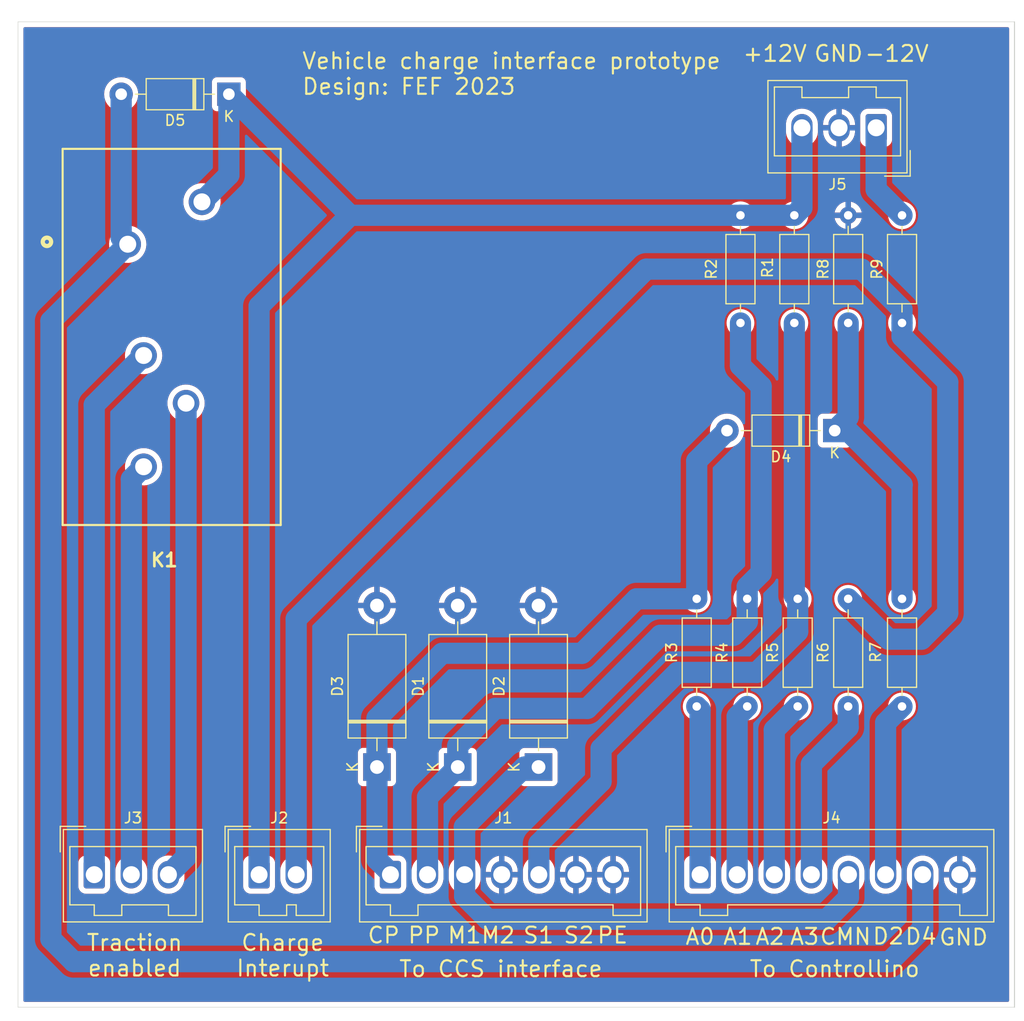
<source format=kicad_pcb>
(kicad_pcb (version 20211014) (generator pcbnew)
  (layers (0 "F.Cu" signal) (31 "B.Cu" signal) (34 "B.Paste" user) (35 "F.Paste" user) (36 "B.SilkS" user "B.Silkscreen") (37 "F.SilkS" user "F.Silkscreen") (38 "B.Mask" user) (39 "F.Mask" user) (44 "Edge.Cuts" user))
  (net 0 "")
  (net 1 "/PP")
  (net 2 "GND")
  (net 3 "/CP")
  (net 4 "Net-(D4-Pad1)")
  (net 5 "+12V")
  (net 6 "/S1")
  (net 7 "Net-(J2-Pad2)")
  (net 8 "Net-(J3-Pad1)")
  (net 9 "Net-(J3-Pad2)")
  (net 10 "Net-(J3-Pad3)")
  (net 11 "-12V")
  (net 12 "/CMN")
  (net 13 "/D4")
  (net 14 "/A0")
  (net 15 "/A1")
  (net 16 "/A2")
  (net 17 "/A3")
  (net 18 "/D2")
  (footprint "Diode_THT:D_DO-41_SOD81_P10.16mm_Horizontal" (layer "F.Cu") (at 193.04 68.58 180)
    (fp_text reference "D4" (at 5.08 -2.47) (layer "F.SilkS"))
    (fp_text value "1n4007")
    (fp_text user "K" (at 0 -2.1) (layer "F.SilkS"))
    (fp_line (start 2.36 1.47) (end 7.8 1.47) (layer "F.SilkS") (width 0.12))
    (fp_line (start 3.38 -1.47) (end 3.38 1.47) (layer "F.SilkS") (width 0.12))
    (fp_line (start 7.8 -1.47) (end 2.36 -1.47) (layer "F.SilkS") (width 0.12))
    (fp_line (start 3.14 -1.47) (end 3.14 1.47) (layer "F.SilkS") (width 0.12))
    (fp_line (start 7.8 1.47) (end 7.8 -1.47) (layer "F.SilkS") (width 0.12))
    (fp_line (start 8.82 0) (end 7.8 0) (layer "F.SilkS") (width 0.12))
    (fp_line (start 3.26 -1.47) (end 3.26 1.47) (layer "F.SilkS") (width 0.12))
    (fp_line (start 2.36 -1.47) (end 2.36 1.47) (layer "F.SilkS") (width 0.12))
    (fp_line (start 1.34 0) (end 2.36 0) (layer "F.SilkS") (width 0.12))
    (pad "1" thru_hole rect locked (at 0 0 180) (size 2.2 2.2) (drill 1.1) (layers *.Cu *.Mask) (net 4 "Net-(D4-Pad1)"))
    (pad "2" thru_hole oval locked (at 10.16 0 180) (size 2.2 2.2) (drill 1.1) (layers *.Cu *.Mask) (net 3 "/CP"))
  )
  (footprint "Resistor_THT:R_Axial_DIN0207_L6.3mm_D2.5mm_P10.16mm_Horizontal" (layer "F.Cu") (at 189.23 48.26 -90)
    (fp_text reference "R1" (at 4.94 2.53 90) (layer "F.SilkS"))
    (fp_text value "3k3")
    (fp_line (start 8.35 1.37) (end 8.35 -1.37) (layer "F.SilkS") (width 0.12))
    (fp_line (start 8.35 -1.37) (end 1.81 -1.37) (layer "F.SilkS") (width 0.12))
    (fp_line (start 1.81 -1.37) (end 1.81 1.37) (layer "F.SilkS") (width 0.12))
    (fp_line (start 9.12 0) (end 8.35 0) (layer "F.SilkS") (width 0.12))
    (fp_line (start 1.04 0) (end 1.81 0) (layer "F.SilkS") (width 0.12))
    (fp_line (start 1.81 1.37) (end 8.35 1.37) (layer "F.SilkS") (width 0.12))
    (pad "1" thru_hole circle locked (at 0 0 270) (size 1.6 1.6) (drill 0.8) (layers *.Cu *.Mask) (net 5 "+12V"))
    (pad "2" thru_hole oval locked (at 10.16 0 270) (size 1.6 1.6) (drill 0.8) (layers *.Cu *.Mask) (net 6 "/S1"))
  )
  (footprint "Connector_Wago:Wago_734-132_1x02_P3.50mm_Vertical" (layer "F.Cu") (at 138.74 110.49)
    (fp_text reference "J2" (at 1.9 -5.35) (layer "F.SilkS"))
    (fp_text value "Stop charge switch")
    (fp_line (start 6.71 4.46) (end 6.71 -4.26) (layer "F.SilkS") (width 0.12))
    (fp_line (start 0 2.85) (end 0 3.85) (layer "F.SilkS") (width 0.12))
    (fp_line (start 6.1 -2.65) (end -2.3 -2.65) (layer "F.SilkS") (width 0.12))
    (fp_line (start -2.91 4.46) (end 6.71 4.46) (layer "F.SilkS") (width 0.12))
    (fp_line (start 3.5 2.85) (end 3.5 3.85) (layer "F.SilkS") (width 0.12))
    (fp_line (start 6.71 -4.26) (end -2.91 -4.26) (layer "F.SilkS") (width 0.12))
    (fp_line (start 0 3.85) (end 2.6 3.85) (layer "F.SilkS") (width 0.12))
    (fp_line (start -2.3 2.85) (end 0 2.85) (layer "F.SilkS") (width 0.12))
    (fp_line (start -3.21 -4.56) (end -0.8 -4.56) (layer "F.SilkS") (width 0.12))
    (fp_line (start -3.21 -2.15) (end -3.21 -4.56) (layer "F.SilkS") (width 0.12))
    (fp_line (start 6.1 3.85) (end 6.1 -2.65) (layer "F.SilkS") (width 0.12))
    (fp_line (start -2.3 -2.65) (end -2.3 2.85) (layer "F.SilkS") (width 0.12))
    (fp_line (start 2.6 2.85) (end 3.5 2.85) (layer "F.SilkS") (width 0.12))
    (fp_line (start 3.5 3.85) (end 6.1 3.85) (layer "F.SilkS") (width 0.12))
    (fp_line (start 2.6 3.85) (end 2.6 2.85) (layer "F.SilkS") (width 0.12))
    (fp_line (start -2.91 -4.26) (end -2.91 4.46) (layer "F.SilkS") (width 0.12))
    (pad "1" thru_hole roundrect locked (at 0 0) (size 2 2.6) (drill 1.6) (layers *.Cu *.Mask) (roundrect_rratio 0.125) (net 5 "+12V"))
    (pad "2" thru_hole oval locked (at 3.5 0) (size 2 2.6) (drill 1.6) (layers *.Cu *.Mask) (net 7 "Net-(J2-Pad2)"))
  )
  (footprint "Resistor_THT:R_Axial_DIN0207_L6.3mm_D2.5mm_P10.16mm_Horizontal" (layer "F.Cu") (at 184.15 48.26 -90)
    (fp_text reference "R2" (at 5.08 2.75 90) (layer "F.SilkS"))
    (fp_text value "1k")
    (fp_line (start 1.81 1.37) (end 8.35 1.37) (layer "F.SilkS") (width 0.12))
    (fp_line (start 9.12 0) (end 8.35 0) (layer "F.SilkS") (width 0.12))
    (fp_line (start 1.81 -1.37) (end 1.81 1.37) (layer "F.SilkS") (width 0.12))
    (fp_line (start 1.04 0) (end 1.81 0) (layer "F.SilkS") (width 0.12))
    (fp_line (start 8.35 -1.37) (end 1.81 -1.37) (layer "F.SilkS") (width 0.12))
    (fp_line (start 8.35 1.37) (end 8.35 -1.37) (layer "F.SilkS") (width 0.12))
    (pad "1" thru_hole circle locked (at 0 0 270) (size 1.6 1.6) (drill 0.8) (layers *.Cu *.Mask) (net 5 "+12V"))
    (pad "2" thru_hole oval locked (at 10.16 0 270) (size 1.6 1.6) (drill 0.8) (layers *.Cu *.Mask) (net 1 "/PP"))
  )
  (footprint "Resistor_THT:R_Axial_DIN0207_L6.3mm_D2.5mm_P10.16mm_Horizontal" (layer "F.Cu") (at 184.785 94.615 90)
    (fp_text reference "R4" (at 5.08 -2.37 90) (layer "F.SilkS"))
    (fp_text value "1k")
    (fp_line (start 8.35 1.37) (end 8.35 -1.37) (layer "F.SilkS") (width 0.12))
    (fp_line (start 1.04 0) (end 1.81 0) (layer "F.SilkS") (width 0.12))
    (fp_line (start 1.81 1.37) (end 8.35 1.37) (layer "F.SilkS") (width 0.12))
    (fp_line (start 8.35 -1.37) (end 1.81 -1.37) (layer "F.SilkS") (width 0.12))
    (fp_line (start 1.81 -1.37) (end 1.81 1.37) (layer "F.SilkS") (width 0.12))
    (fp_line (start 9.12 0) (end 8.35 0) (layer "F.SilkS") (width 0.12))
    (pad "1" thru_hole circle locked (at 0 0 90) (size 1.6 1.6) (drill 0.8) (layers *.Cu *.Mask) (net 15 "/A1"))
    (pad "2" thru_hole oval locked (at 10.16 0 90) (size 1.6 1.6) (drill 0.8) (layers *.Cu *.Mask) (net 1 "/PP"))
  )
  (footprint "Diode_THT:D_DO-201_P15.24mm_Horizontal" (layer "F.Cu") (at 149.86 100.33 90)
    (fp_text reference "D3" (at 7.62 -3.725 90) (layer "F.SilkS"))
    (fp_text value "ICTE12C-E3/54")
    (fp_text user "K" (at 0 -2.3 90) (layer "F.SilkS"))
    (fp_line (start 13.7 0) (end 12.505 0) (layer "F.SilkS") (width 0.12))
    (fp_line (start 4.1645 -2.725) (end 4.1645 2.725) (layer "F.SilkS") (width 0.12))
    (fp_line (start 2.735 -2.725) (end 2.735 2.725) (layer "F.SilkS") (width 0.12))
    (fp_line (start 4.2845 -2.725) (end 4.2845 2.725) (layer "F.SilkS") (width 0.12))
    (fp_line (start 12.505 -2.725) (end 2.735 -2.725) (layer "F.SilkS") (width 0.12))
    (fp_line (start 2.735 2.725) (end 12.505 2.725) (layer "F.SilkS") (width 0.12))
    (fp_line (start 4.4045 -2.725) (end 4.4045 2.725) (layer "F.SilkS") (width 0.12))
    (fp_line (start 12.505 2.725) (end 12.505 -2.725) (layer "F.SilkS") (width 0.12))
    (fp_line (start 1.54 0) (end 2.735 0) (layer "F.SilkS") (width 0.12))
    (pad "1" thru_hole rect locked (at 0 0 90) (size 2.6 2.6) (drill 1.3) (layers *.Cu *.Mask) (net 3 "/CP"))
    (pad "2" thru_hole oval locked (at 15.24 0 90) (size 2.6 2.6) (drill 1.3) (layers *.Cu *.Mask) (net 2 "GND"))
  )
  (footprint "Resistor_THT:R_Axial_DIN0207_L6.3mm_D2.5mm_P10.16mm_Horizontal" (layer "F.Cu") (at 199.39 58.42 90)
    (fp_text reference "R9" (at 5.08 -2.37 90) (layer "F.SilkS"))
    (fp_text value "1k")
    (fp_line (start 9.12 0) (end 8.35 0) (layer "F.SilkS") (width 0.12))
    (fp_line (start 1.04 0) (end 1.81 0) (layer "F.SilkS") (width 0.12))
    (fp_line (start 1.81 -1.37) (end 1.81 1.37) (layer "F.SilkS") (width 0.12))
    (fp_line (start 1.81 1.37) (end 8.35 1.37) (layer "F.SilkS") (width 0.12))
    (fp_line (start 8.35 -1.37) (end 1.81 -1.37) (layer "F.SilkS") (width 0.12))
    (fp_line (start 8.35 1.37) (end 8.35 -1.37) (layer "F.SilkS") (width 0.12))
    (pad "1" thru_hole circle locked (at 0 0 90) (size 1.6 1.6) (drill 0.8) (layers *.Cu *.Mask) (net 7 "Net-(J2-Pad2)"))
    (pad "2" thru_hole oval locked (at 10.16 0 90) (size 1.6 1.6) (drill 0.8) (layers *.Cu *.Mask) (net 11 "-12V"))
  )
  (footprint "Downloaded_parts:P2R-05P" (layer "F.Cu") (at 129.85 41.99 180)
    (fp_text reference "K1" (at 0.05 -38.81) (layer "F.SilkS") (effects (font (size 1.27 1.27) (thickness 0.254))))
    (fp_text value "OMRON_P2R-05P" hide)
    (fp_line (start 9.641 -35.5) (end 9.641 0) (layer "F.SilkS") (width 0.2))
    (fp_line (start -10.93 0) (end -10.93 -35.5) (layer "F.SilkS") (width 0.2))
    (fp_line (start 9.641 0) (end -10.93 0) (layer "F.SilkS") (width 0.2))
    (fp_line (start -10.93 -35.5) (end 9.641 -35.5) (layer "F.SilkS") (width 0.2))
    (fp_circle (center 11.122 -8.774) (end 11.122 -8.5782) (layer "F.SilkS") (width 0.4) (fill none))
    (pad "1" thru_hole circle locked (at 3.5 -9 180) (size 2.5 2.5) (drill 1.6) (layers *.Cu *.Mask) (net 13 "/D4"))
    (pad "2" thru_hole circle locked (at 2 -19.5 180) (size 2.5 2.5) (drill 1.6) (layers *.Cu *.Mask) (net 8 "Net-(J3-Pad1)"))
    (pad "3" thru_hole circle locked (at 2 -30 180) (size 2.5 2.5) (drill 1.6) (layers *.Cu *.Mask) (net 9 "Net-(J3-Pad2)"))
    (pad "4" thru_hole circle locked (at -2 -24 180) (size 2.5 2.5) (drill 1.6) (layers *.Cu *.Mask) (net 10 "Net-(J3-Pad3)"))
    (pad "5" thru_hole circle locked (at -3.5 -5 180) (size 2.5 2.5) (drill 1.6) (layers *.Cu *.Mask) (net 5 "+12V"))
  )
  (footprint "Diode_THT:D_DO-201_P15.24mm_Horizontal" (layer "F.Cu") (at 157.48 100.33 90)
    (fp_text reference "D1" (at 7.62 -3.725 90) (layer "F.SilkS"))
    (fp_text value "ICTE12C-E3/54")
    (fp_text user "K" (at 0 -2.3 90) (layer "F.SilkS"))
    (fp_line (start 2.735 2.725) (end 12.505 2.725) (layer "F.SilkS") (width 0.12))
    (fp_line (start 1.54 0) (end 2.735 0) (layer "F.SilkS") (width 0.12))
    (fp_line (start 4.1645 -2.725) (end 4.1645 2.725) (layer "F.SilkS") (width 0.12))
    (fp_line (start 4.4045 -2.725) (end 4.4045 2.725) (layer "F.SilkS") (width 0.12))
    (fp_line (start 13.7 0) (end 12.505 0) (layer "F.SilkS") (width 0.12))
    (fp_line (start 4.2845 -2.725) (end 4.2845 2.725) (layer "F.SilkS") (width 0.12))
    (fp_line (start 2.735 -2.725) (end 2.735 2.725) (layer "F.SilkS") (width 0.12))
    (fp_line (start 12.505 -2.725) (end 2.735 -2.725) (layer "F.SilkS") (width 0.12))
    (fp_line (start 12.505 2.725) (end 12.505 -2.725) (layer "F.SilkS") (width 0.12))
    (pad "1" thru_hole rect locked (at 0 0 90) (size 2.6 2.6) (drill 1.3) (layers *.Cu *.Mask) (net 1 "/PP"))
    (pad "2" thru_hole oval locked (at 15.24 0 90) (size 2.6 2.6) (drill 1.3) (layers *.Cu *.Mask) (net 2 "GND"))
  )
  (footprint "Resistor_THT:R_Axial_DIN0207_L6.3mm_D2.5mm_P10.16mm_Horizontal" (layer "F.Cu") (at 194.31 58.42 90)
    (fp_text reference "R8" (at 5.08 -2.37 90) (layer "F.SilkS"))
    (fp_text value "2k7")
    (fp_line (start 8.35 1.37) (end 8.35 -1.37) (layer "F.SilkS") (width 0.12))
    (fp_line (start 1.81 1.37) (end 8.35 1.37) (layer "F.SilkS") (width 0.12))
    (fp_line (start 9.12 0) (end 8.35 0) (layer "F.SilkS") (width 0.12))
    (fp_line (start 8.35 -1.37) (end 1.81 -1.37) (layer "F.SilkS") (width 0.12))
    (fp_line (start 1.81 -1.37) (end 1.81 1.37) (layer "F.SilkS") (width 0.12))
    (fp_line (start 1.04 0) (end 1.81 0) (layer "F.SilkS") (width 0.12))
    (pad "1" thru_hole circle locked (at 0 0 90) (size 1.6 1.6) (drill 0.8) (layers *.Cu *.Mask) (net 4 "Net-(D4-Pad1)"))
    (pad "2" thru_hole oval locked (at 10.16 0 90) (size 1.6 1.6) (drill 0.8) (layers *.Cu *.Mask) (net 2 "GND"))
  )
  (footprint "Resistor_THT:R_Axial_DIN0207_L6.3mm_D2.5mm_P10.16mm_Horizontal" (layer "F.Cu") (at 199.39 84.455 -90)
    (fp_text reference "R7" (at 5.045 2.49 90) (layer "F.SilkS"))
    (fp_text value "1k3")
    (fp_line (start 1.81 -1.37) (end 1.81 1.37) (layer "F.SilkS") (width 0.12))
    (fp_line (start 8.35 1.37) (end 8.35 -1.37) (layer "F.SilkS") (width 0.12))
    (fp_line (start 1.04 0) (end 1.81 0) (layer "F.SilkS") (width 0.12))
    (fp_line (start 9.12 0) (end 8.35 0) (layer "F.SilkS") (width 0.12))
    (fp_line (start 8.35 -1.37) (end 1.81 -1.37) (layer "F.SilkS") (width 0.12))
    (fp_line (start 1.81 1.37) (end 8.35 1.37) (layer "F.SilkS") (width 0.12))
    (pad "1" thru_hole circle locked (at 0 0 270) (size 1.6 1.6) (drill 0.8) (layers *.Cu *.Mask) (net 4 "Net-(D4-Pad1)"))
    (pad "2" thru_hole oval locked (at 10.16 0 270) (size 1.6 1.6) (drill 0.8) (layers *.Cu *.Mask) (net 18 "/D2"))
  )
  (footprint "Resistor_THT:R_Axial_DIN0207_L6.3mm_D2.5mm_P10.16mm_Horizontal" (layer "F.Cu") (at 194.31 94.615 90)
    (fp_text reference "R6" (at 5.08 -2.37 90) (layer "F.SilkS"))
    (fp_text value "1k")
    (fp_line (start 1.81 -1.37) (end 1.81 1.37) (layer "F.SilkS") (width 0.12))
    (fp_line (start 8.35 1.37) (end 8.35 -1.37) (layer "F.SilkS") (width 0.12))
    (fp_line (start 1.81 1.37) (end 8.35 1.37) (layer "F.SilkS") (width 0.12))
    (fp_line (start 9.12 0) (end 8.35 0) (layer "F.SilkS") (width 0.12))
    (fp_line (start 8.35 -1.37) (end 1.81 -1.37) (layer "F.SilkS") (width 0.12))
    (fp_line (start 1.04 0) (end 1.81 0) (layer "F.SilkS") (width 0.12))
    (pad "1" thru_hole circle locked (at 0 0 90) (size 1.6 1.6) (drill 0.8) (layers *.Cu *.Mask) (net 17 "/A3"))
    (pad "2" thru_hole oval locked (at 10.16 0 90) (size 1.6 1.6) (drill 0.8) (layers *.Cu *.Mask) (net 7 "Net-(J2-Pad2)"))
  )
  (footprint "Connector_Wago:Wago_734-133_1x03_P3.50mm_Vertical" (layer "F.Cu") (at 196.95 40 180)
    (fp_text reference "J5" (at 3.65 -5.35) (layer "F.SilkS"))
    (fp_text value "Power in")
    (fp_line (start 2.6 3.85) (end 2.6 2.85) (layer "F.SilkS") (width 0.12))
    (fp_line (start -2.3 -2.65) (end -2.3 2.85) (layer "F.SilkS") (width 0.12))
    (fp_line (start 7 3.85) (end 9.6 3.85) (layer "F.SilkS") (width 0.12))
    (fp_line (start 2.6 2.85) (end 7 2.85) (layer "F.SilkS") (width 0.12))
    (fp_line (start 10.21 -4.26) (end -2.91 -4.26) (layer "F.SilkS") (width 0.12))
    (fp_line (start -3.21 -4.56) (end -0.8 -4.56) (layer "F.SilkS") (width 0.12))
    (fp_line (start 9.6 3.85) (end 9.6 -2.65) (layer "F.SilkS") (width 0.12))
    (fp_line (start 0 3.85) (end 2.6 3.85) (layer "F.SilkS") (width 0.12))
    (fp_line (start -2.91 4.46) (end 10.21 4.46) (layer "F.SilkS") (width 0.12))
    (fp_line (start 0 2.85) (end 0 3.85) (layer "F.SilkS") (width 0.12))
    (fp_line (start 10.21 4.46) (end 10.21 -4.26) (layer "F.SilkS") (width 0.12))
    (fp_line (start 9.6 -2.65) (end -2.3 -2.65) (layer "F.SilkS") (width 0.12))
    (fp_line (start 7 2.85) (end 7 3.85) (layer "F.SilkS") (width 0.12))
    (fp_line (start -2.91 -4.26) (end -2.91 4.46) (layer "F.SilkS") (width 0.12))
    (fp_line (start -3.21 -2.15) (end -3.21 -4.56) (layer "F.SilkS") (width 0.12))
    (fp_line (start -2.3 2.85) (end 0 2.85) (layer "F.SilkS") (width 0.12))
    (pad "1" thru_hole roundrect locked (at 0 0 180) (size 2 2.6) (drill 1.6) (layers *.Cu *.Mask) (roundrect_rratio 0.125) (net 11 "-12V"))
    (pad "2" thru_hole oval locked (at 3.5 0 180) (size 2 2.6) (drill 1.6) (layers *.Cu *.Mask) (net 2 "GND"))
    (pad "3" thru_hole oval locked (at 7 0 180) (size 2 2.6) (drill 1.6) (layers *.Cu *.Mask) (net 5 "+12V"))
  )
  (footprint "Connector_Wago:Wago_734-133_1x03_P3.50mm_Vertical" (layer "F.Cu") (at 123.19 110.49)
    (fp_text reference "J3" (at 3.65 -5.35) (layer "F.SilkS"))
    (fp_text value "Traction enable")
    (fp_line (start -3.21 -4.56) (end -0.8 -4.56) (layer "F.SilkS") (width 0.12))
    (fp_line (start 2.6 3.85) (end 2.6 2.85) (layer "F.SilkS") (width 0.12))
    (fp_line (start 7 2.85) (end 7 3.85) (layer "F.SilkS") (width 0.12))
    (fp_line (start -2.3 -2.65) (end -2.3 2.85) (layer "F.SilkS") (width 0.12))
    (fp_line (start 9.6 -2.65) (end -2.3 -2.65) (layer "F.SilkS") (width 0.12))
    (fp_line (start -2.3 2.85) (end 0 2.85) (layer "F.SilkS") (width 0.12))
    (fp_line (start 0 3.85) (end 2.6 3.85) (layer "F.SilkS") (width 0.12))
    (fp_line (start 10.21 -4.26) (end -2.91 -4.26) (layer "F.SilkS") (width 0.12))
    (fp_line (start 0 2.85) (end 0 3.85) (layer "F.SilkS") (width 0.12))
    (fp_line (start 9.6 3.85) (end 9.6 -2.65) (layer "F.SilkS") (width 0.12))
    (fp_line (start -2.91 -4.26) (end -2.91 4.46) (layer "F.SilkS") (width 0.12))
    (fp_line (start 2.6 2.85) (end 7 2.85) (layer "F.SilkS") (width 0.12))
    (fp_line (start 10.21 4.46) (end 10.21 -4.26) (layer "F.SilkS") (width 0.12))
    (fp_line (start -3.21 -2.15) (end -3.21 -4.56) (layer "F.SilkS") (width 0.12))
    (fp_line (start -2.91 4.46) (end 10.21 4.46) (layer "F.SilkS") (width 0.12))
    (fp_line (start 7 3.85) (end 9.6 3.85) (layer "F.SilkS") (width 0.12))
    (pad "1" thru_hole roundrect locked (at 0 0) (size 2 2.6) (drill 1.6) (layers *.Cu *.Mask) (roundrect_rratio 0.125) (net 8 "Net-(J3-Pad1)"))
    (pad "2" thru_hole oval locked (at 3.5 0) (size 2 2.6) (drill 1.6) (layers *.Cu *.Mask) (net 9 "Net-(J3-Pad2)"))
    (pad "3" thru_hole oval locked (at 7 0) (size 2 2.6) (drill 1.6) (layers *.Cu *.Mask) (net 10 "Net-(J3-Pad3)"))
  )
  (footprint "Diode_THT:D_DO-201_P15.24mm_Horizontal" (layer "F.Cu") (at 165.1 100.33 90)
    (fp_text reference "D2" (at 7.62 -3.725 90) (layer "F.SilkS"))
    (fp_text value "ICTE12C-E3/54")
    (fp_text user "K" (at 0 -2.3 90) (layer "F.SilkS"))
    (fp_line (start 4.2845 -2.725) (end 4.2845 2.725) (layer "F.SilkS") (width 0.12))
    (fp_line (start 4.4045 -2.725) (end 4.4045 2.725) (layer "F.SilkS") (width 0.12))
    (fp_line (start 12.505 2.725) (end 12.505 -2.725) (layer "F.SilkS") (width 0.12))
    (fp_line (start 2.735 2.725) (end 12.505 2.725) (layer "F.SilkS") (width 0.12))
    (fp_line (start 4.1645 -2.725) (end 4.1645 2.725) (layer "F.SilkS") (width 0.12))
    (fp_line (start 1.54 0) (end 2.735 0) (layer "F.SilkS") (width 0.12))
    (fp_line (start 13.7 0) (end 12.505 0) (layer "F.SilkS") (width 0.12))
    (fp_line (start 2.735 -2.725) (end 2.735 2.725) (layer "F.SilkS") (width 0.12))
    (fp_line (start 12.505 -2.725) (end 2.735 -2.725) (layer "F.SilkS") (width 0.12))
    (pad "1" thru_hole rect locked (at 0 0 90) (size 2.6 2.6) (drill 1.3) (layers *.Cu *.Mask) (net 12 "/CMN"))
    (pad "2" thru_hole oval locked (at 15.24 0 90) (size 2.6 2.6) (drill 1.3) (layers *.Cu *.Mask) (net 2 "GND"))
  )
  (footprint "Resistor_THT:R_Axial_DIN0207_L6.3mm_D2.5mm_P10.16mm_Horizontal" (layer "F.Cu") (at 189.5475 94.615 90)
    (fp_text reference "R5" (at 5.08 -2.37 90) (layer "F.SilkS"))
    (fp_text value "1k")
    (fp_line (start 9.12 0) (end 8.35 0) (layer "F.SilkS") (width 0.12))
    (fp_line (start 8.35 1.37) (end 8.35 -1.37) (layer "F.SilkS") (width 0.12))
    (fp_line (start 1.04 0) (end 1.81 0) (layer "F.SilkS") (width 0.12))
    (fp_line (start 8.35 -1.37) (end 1.81 -1.37) (layer "F.SilkS") (width 0.12))
    (fp_line (start 1.81 -1.37) (end 1.81 1.37) (layer "F.SilkS") (width 0.12))
    (fp_line (start 1.81 1.37) (end 8.35 1.37) (layer "F.SilkS") (width 0.12))
    (pad "1" thru_hole circle locked (at 0 0 90) (size 1.6 1.6) (drill 0.8) (layers *.Cu *.Mask) (net 16 "/A2"))
    (pad "2" thru_hole oval locked (at 10.16 0 90) (size 1.6 1.6) (drill 0.8) (layers *.Cu *.Mask) (net 6 "/S1"))
  )
  (footprint "Resistor_THT:R_Axial_DIN0207_L6.3mm_D2.5mm_P10.16mm_Horizontal" (layer "F.Cu") (at 180.0225 94.615 90)
    (fp_text reference "R3" (at 5.08 -2.37 90) (layer "F.SilkS"))
    (fp_text value "1k")
    (fp_line (start 9.12 0) (end 8.35 0) (layer "F.SilkS") (width 0.12))
    (fp_line (start 8.35 1.37) (end 8.35 -1.37) (layer "F.SilkS") (width 0.12))
    (fp_line (start 1.81 1.37) (end 8.35 1.37) (layer "F.SilkS") (width 0.12))
    (fp_line (start 1.04 0) (end 1.81 0) (layer "F.SilkS") (width 0.12))
    (fp_line (start 1.81 -1.37) (end 1.81 1.37) (layer "F.SilkS") (width 0.12))
    (fp_line (start 8.35 -1.37) (end 1.81 -1.37) (layer "F.SilkS") (width 0.12))
    (pad "1" thru_hole circle locked (at 0 0 90) (size 1.6 1.6) (drill 0.8) (layers *.Cu *.Mask) (net 14 "/A0"))
    (pad "2" thru_hole oval locked (at 10.16 0 90) (size 1.6 1.6) (drill 0.8) (layers *.Cu *.Mask) (net 3 "/CP"))
  )
  (footprint "Diode_THT:D_DO-41_SOD81_P10.16mm_Horizontal" (layer "F.Cu") (at 135.89 36.83 180)
    (fp_text reference "D5" (at 5.08 -2.47) (layer "F.SilkS"))
    (fp_text value "1n4007")
    (fp_text user "K" (at 0 -2.1) (layer "F.SilkS"))
    (fp_line (start 1.34 0) (end 2.36 0) (layer "F.SilkS") (width 0.12))
    (fp_line (start 2.36 -1.47) (end 2.36 1.47) (layer "F.SilkS") (width 0.12))
    (fp_line (start 3.26 -1.47) (end 3.26 1.47) (layer "F.SilkS") (width 0.12))
    (fp_line (start 7.8 -1.47) (end 2.36 -1.47) (layer "F.SilkS") (width 0.12))
    (fp_line (start 3.38 -1.47) (end 3.38 1.47) (layer "F.SilkS") (width 0.12))
    (fp_line (start 3.14 -1.47) (end 3.14 1.47) (layer "F.SilkS") (width 0.12))
    (fp_line (start 2.36 1.47) (end 7.8 1.47) (layer "F.SilkS") (width 0.12))
    (fp_line (start 7.8 1.47) (end 7.8 -1.47) (layer "F.SilkS") (width 0.12))
    (fp_line (start 8.82 0) (end 7.8 0) (layer "F.SilkS") (width 0.12))
    (pad "1" thru_hole rect locked (at 0 0 180) (size 2.2 2.2) (drill 1.1) (layers *.Cu *.Mask) (net 5 "+12V"))
    (pad "2" thru_hole oval locked (at 10.16 0 180) (size 2.2 2.2) (drill 1.1) (layers *.Cu *.Mask) (net 13 "/D4"))
  )
  (footprint "Connector_Wago:Wago_734-138_1x08_P3.50mm_Vertical" (layer "F.Cu") (at 180.34 110.49)
    (fp_text reference "J4" (at 12.4 -5.35) (layer "F.SilkS"))
    (fp_text value "To Controllino")
    (fp_line (start 27.1 -2.65) (end -2.3 -2.65) (layer "F.SilkS") (width 0.12))
    (fp_line (start 0 3.85) (end 2.6 3.85) (layer "F.SilkS") (width 0.12))
    (fp_line (start 24.5 3.85) (end 27.1 3.85) (layer "F.SilkS") (width 0.12))
    (fp_line (start -2.91 4.46) (end 27.71 4.46) (layer "F.SilkS") (width 0.12))
    (fp_line (start 27.71 -4.26) (end -2.91 -4.26) (layer "F.SilkS") (width 0.12))
    (fp_line (start 24.5 2.85) (end 24.5 3.85) (layer "F.SilkS") (width 0.12))
    (fp_line (start 27.71 4.46) (end 27.71 -4.26) (layer "F.SilkS") (width 0.12))
    (fp_line (start 0 2.85) (end 0 3.85) (layer "F.SilkS") (width 0.12))
    (fp_line (start -3.21 -4.56) (end -0.8 -4.56) (layer "F.SilkS") (width 0.12))
    (fp_line (start 2.6 3.85) (end 2.6 2.85) (layer "F.SilkS") (width 0.12))
    (fp_line (start -2.3 2.85) (end 0 2.85) (layer "F.SilkS") (width 0.12))
    (fp_line (start -2.91 -4.26) (end -2.91 4.46) (layer "F.SilkS") (width 0.12))
    (fp_line (start 27.1 3.85) (end 27.1 -2.65) (layer "F.SilkS") (width 0.12))
    (fp_line (start -2.3 -2.65) (end -2.3 2.85) (layer "F.SilkS") (width 0.12))
    (fp_line (start -3.21 -2.15) (end -3.21 -4.56) (layer "F.SilkS") (width 0.12))
    (fp_line (start 2.6 2.85) (end 24.5 2.85) (layer "F.SilkS") (width 0.12))
    (pad "1" thru_hole roundrect locked (at 0 0) (size 2 2.6) (drill 1.6) (layers *.Cu *.Mask) (roundrect_rratio 0.125) (net 14 "/A0"))
    (pad "2" thru_hole oval locked (at 3.5 0) (size 2 2.6) (drill 1.6) (layers *.Cu *.Mask) (net 15 "/A1"))
    (pad "3" thru_hole oval locked (at 7 0) (size 2 2.6) (drill 1.6) (layers *.Cu *.Mask) (net 16 "/A2"))
    (pad "4" thru_hole oval locked (at 10.5 0) (size 2 2.6) (drill 1.6) (layers *.Cu *.Mask) (net 17 "/A3"))
    (pad "5" thru_hole oval locked (at 14 0) (size 2 2.6) (drill 1.6) (layers *.Cu *.Mask) (net 12 "/CMN"))
    (pad "6" thru_hole oval locked (at 17.5 0) (size 2 2.6) (drill 1.6) (layers *.Cu *.Mask) (net 18 "/D2"))
    (pad "7" thru_hole oval locked (at 21 0) (size 2 2.6) (drill 1.6) (layers *.Cu *.Mask) (net 13 "/D4"))
    (pad "8" thru_hole oval locked (at 24.5 0) (size 2 2.6) (drill 1.6) (layers *.Cu *.Mask) (net 2 "GND"))
  )
  (footprint "Connector_Wago:Wago_734-137_1x07_P3.50mm_Vertical" (layer "F.Cu") (at 151.13 110.49)
    (fp_text reference "J1" (at 10.65 -5.35) (layer "F.SilkS"))
    (fp_text value "Type 2 lock")
    (fp_line (start 23.6 -2.65) (end -2.3 -2.65) (layer "F.SilkS") (width 0.12))
    (fp_line (start 24.21 -4.26) (end -2.91 -4.26) (layer "F.SilkS") (width 0.12))
    (fp_line (start 2.6 2.85) (end 21 2.85) (layer "F.SilkS") (width 0.12))
    (fp_line (start 21 3.85) (end 23.6 3.85) (layer "F.SilkS") (width 0.12))
    (fp_line (start -2.3 2.85) (end 0 2.85) (layer "F.SilkS") (width 0.12))
    (fp_line (start -2.3 -2.65) (end -2.3 2.85) (layer "F.SilkS") (width 0.12))
    (fp_line (start 23.6 3.85) (end 23.6 -2.65) (layer "F.SilkS") (width 0.12))
    (fp_line (start -2.91 4.46) (end 24.21 4.46) (layer "F.SilkS") (width 0.12))
    (fp_line (start 21 2.85) (end 21 3.85) (layer "F.SilkS") (width 0.12))
    (fp_line (start -3.21 -2.15) (end -3.21 -4.56) (layer "F.SilkS") (width 0.12))
    (fp_line (start -3.21 -4.56) (end -0.8 -4.56) (layer "F.SilkS") (width 0.12))
    (fp_line (start 2.6 3.85) (end 2.6 2.85) (layer "F.SilkS") (width 0.12))
    (fp_line (start 0 2.85) (end 0 3.85) (layer "F.SilkS") (width 0.12))
    (fp_line (start 24.21 4.46) (end 24.21 -4.26) (layer "F.SilkS") (width 0.12))
    (fp_line (start -2.91 -4.26) (end -2.91 4.46) (layer "F.SilkS") (width 0.12))
    (fp_line (start 0 3.85) (end 2.6 3.85) (layer "F.SilkS") (width 0.12))
    (pad "1" thru_hole roundrect locked (at 0 0) (size 2 2.6) (drill 1.6) (layers *.Cu *.Mask) (roundrect_rratio 0.125) (net 3 "/CP"))
    (pad "2" thru_hole oval locked (at 3.5 0) (size 2 2.6) (drill 1.6) (layers *.Cu *.Mask) (net 1 "/PP"))
    (pad "3" thru_hole oval locked (at 7 0) (size 2 2.6) (drill 1.6) (layers *.Cu *.Mask) (net 12 "/CMN"))
    (pad "4" thru_hole oval locked (at 10.5 0) (size 2 2.6) (drill 1.6) (layers *.Cu *.Mask) (net 2 "GND"))
    (pad "5" thru_hole oval locked (at 14 0) (size 2 2.6) (drill 1.6) (layers *.Cu *.Mask) (net 6 "/S1"))
    (pad "6" thru_hole oval locked (at 17.5 0) (size 2 2.6) (drill 1.6) (layers *.Cu *.Mask) (net 2 "GND"))
    (pad "7" thru_hole oval locked (at 21 0) (size 2 2.6) (drill 1.6) (layers *.Cu *.Mask) (net 2 "GND"))
  )
  (gr_line (start 116 123) (end 210 123) (layer "Edge.Cuts") (width 0.05))
  (gr_line (start 210 30) (end 116 30) (layer "Edge.Cuts") (width 0.05))
  (gr_line (start 210 30) (end 210 123) (layer "Edge.Cuts") (width 0.1))
  (gr_line (start 116 30) (end 116 123) (layer "Edge.Cuts") (width 0.05))
  (gr_text "S1" (at 165.1 116.205) (layer "F.SilkS") (effects (font (size 1.5 1.5) (thickness 0.2))))
  (gr_text "CMN" (at 194.056 116.332) (layer "F.SilkS") (effects (font (size 1.5 1.5) (thickness 0.2))))
  (gr_text "D4" (at 201.168 116.332) (layer "F.SilkS") (effects (font (size 1.5 1.5) (thickness 0.2))))
  (gr_text "+12V" (at 187.4 33) (layer "F.SilkS") (effects (font (size 1.5 1.5) (thickness 0.2))))
  (gr_text "A0" (at 180.34 116.332) (layer "F.SilkS") (effects (font (size 1.5 1.5) (thickness 0.2))))
  (gr_text "Vehicle charge interface prototype\nDesign: FEF 2023" (at 142.7 34.9) (layer "F.SilkS") (effects (font (size 1.5 1.5) (thickness 0.2)) (justify left)))
  (gr_text "PE" (at 172.085 116.205) (layer "F.SilkS") (effects (font (size 1.5 1.5) (thickness 0.2))))
  (gr_text "To CCS interface" (at 161.544 119.38) (layer "F.SilkS") (effects (font (size 1.5 1.5) (thickness 0.2))))
  (gr_text "A1" (at 183.896 116.332) (layer "F.SilkS") (effects (font (size 1.5 1.5) (thickness 0.2))))
  (gr_text "D2" (at 198.1 116.3) (layer "F.SilkS") (effects (font (size 1.5 1.5) (thickness 0.2))))
  (gr_text "M2" (at 161.29 116.205) (layer "F.SilkS") (effects (font (size 1.5 1.5) (thickness 0.2))))
  (gr_text "CP" (at 150.495 116.205) (layer "F.SilkS") (effects (font (size 1.5 1.5) (thickness 0.2))))
  (gr_text "GND" (at 193.4 33) (layer "F.SilkS") (effects (font (size 1.5 1.5) (thickness 0.2))))
  (gr_text "S2" (at 168.91 116.205) (layer "F.SilkS") (effects (font (size 1.5 1.5) (thickness 0.2))))
  (gr_text "To Controllino" (at 193.04 119.38) (layer "F.SilkS") (effects (font (size 1.5 1.5) (thickness 0.2))))
  (gr_text "A2" (at 186.944 116.332) (layer "F.SilkS") (effects (font (size 1.5 1.5) (thickness 0.2))))
  (gr_text "A3" (at 190.2 116.332) (layer "F.SilkS") (effects (font (size 1.5 1.5) (thickness 0.2))))
  (gr_text "M1" (at 158.115 116.205) (layer "F.SilkS") (effects (font (size 1.5 1.5) (thickness 0.2))))
  (gr_text "PP" (at 154.305 116.205) (layer "F.SilkS") (effects (font (size 1.5 1.5) (thickness 0.2))))
  (gr_text "Traction\nenabled" (at 127 118.11) (layer "F.SilkS") (effects (font (size 1.5 1.5) (thickness 0.2))))
  (gr_text "GND" (at 205.2 116.4) (layer "F.SilkS") (effects (font (size 1.5 1.5) (thickness 0.2))))
  (gr_text "-12V" (at 198.9 33) (layer "F.SilkS") (effects (font (size 1.5 1.5) (thickness 0.2))))
  (gr_text "Charge\nInterupt" (at 140.97 118.11) (layer "F.SilkS") (effects (font (size 1.5 1.5) (thickness 0.2))))
  (segment (start 184.8 86.6) (end 184.785 86.585) (width 2) (layer "B.Cu") (net 1))
  (segment (start 176.6 87.9) (end 183.5 87.9) (width 2) (layer "B.Cu") (net 1))
  (segment (start 184.785 86.585) (end 184.785 84.455) (width 2) (layer "B.Cu") (net 1))
  (segment (start 157.48 98.32) (end 161 94.8) (width 2) (layer "B.Cu") (net 1))
  (segment (start 169.7 94.8) (end 176.6 87.9) (width 2) (layer "B.Cu") (net 1))
  (segment (start 157.48 100.33) (end 157.48 98.32) (width 2) (layer "B.Cu") (net 1))
  (segment (start 186.1 64.4) (end 186.1 82) (width 2) (layer "B.Cu") (net 1))
  (segment (start 183.5 87.9) (end 184.8 86.6) (width 2) (layer "B.Cu") (net 1))
  (segment (start 184.15 58.42) (end 184.15 62.45) (width 2) (layer "B.Cu") (net 1))
  (segment (start 161 94.8) (end 169.7 94.8) (width 2) (layer "B.Cu") (net 1))
  (segment (start 154.63 110.49) (end 154.63 103.18) (width 2) (layer "B.Cu") (net 1))
  (segment (start 184.785 83.315) (end 184.785 84.455) (width 2) (layer "B.Cu") (net 1))
  (segment (start 154.63 103.18) (end 157.48 100.33) (width 2) (layer "B.Cu") (net 1))
  (segment (start 186.1 82) (end 184.785 83.315) (width 2) (layer "B.Cu") (net 1))
  (segment (start 184.15 62.45) (end 186.1 64.4) (width 2) (layer "B.Cu") (net 1))
  (segment (start 151.13 110.49) (end 151.13 110.33) (width 2) (layer "B.Cu") (net 3))
  (segment (start 151.13 110.33) (end 149.86 109.06) (width 2) (layer "B.Cu") (net 3))
  (segment (start 156 89.6) (end 169.2 89.6) (width 2) (layer "B.Cu") (net 3))
  (segment (start 149.86 109.06) (end 149.86 100.33) (width 2) (layer "B.Cu") (net 3))
  (segment (start 169.2 89.6) (end 174.345 84.455) (width 2) (layer "B.Cu") (net 3))
  (segment (start 180.0225 84.455) (end 180.0225 71.4375) (width 2) (layer "B.Cu") (net 3))
  (segment (start 174.345 84.455) (end 180.0225 84.455) (width 2) (layer "B.Cu") (net 3))
  (segment (start 180.0225 71.4375) (end 182.88 68.58) (width 2) (layer "B.Cu") (net 3))
  (segment (start 149.86 100.33) (end 149.86 95.74) (width 2) (layer "B.Cu") (net 3))
  (segment (start 149.86 95.74) (end 156 89.6) (width 2) (layer "B.Cu") (net 3))
  (segment (start 199.39 73.71) (end 199.39 84.455) (width 2) (layer "B.Cu") (net 4))
  (segment (start 199.4 73.7) (end 199.39 73.71) (width 2) (layer "B.Cu") (net 4))
  (segment (start 194.31 67.31) (end 193.04 68.58) (width 2) (layer "B.Cu") (net 4))
  (segment (start 193.04 68.58) (end 194.28 68.58) (width 2) (layer "B.Cu") (net 4))
  (segment (start 194.28 68.58) (end 199.4 73.7) (width 2) (layer "B.Cu") (net 4))
  (segment (start 194.31 58.42) (end 194.31 67.31) (width 2) (layer "B.Cu") (net 4))
  (segment (start 189.95 40) (end 189.95 47.54) (width 2) (layer "B.Cu") (net 5))
  (segment (start 189.95 47.54) (end 189.23 48.26) (width 2) (layer "B.Cu") (net 5))
  (segment (start 135.89 44.45) (end 133.35 46.99) (width 2) (layer "B.Cu") (net 5))
  (segment (start 138.74 56.84) (end 138.74 110.49) (width 2) (layer "B.Cu") (net 5))
  (segment (start 147.32 48.26) (end 135.89 36.83) (width 2) (layer "B.Cu") (net 5))
  (segment (start 147.32 48.26) (end 138.74 56.84) (width 2) (layer "B.Cu") (net 5))
  (segment (start 135.89 36.83) (end 135.89 44.45) (width 2) (layer "B.Cu") (net 5))
  (segment (start 184.15 48.26) (end 147.32 48.26) (width 2) (layer "B.Cu") (net 5))
  (segment (start 189.23 48.26) (end 184.15 48.26) (width 2) (layer "B.Cu") (net 5))
  (segment (start 171 101.7) (end 171 98.6) (width 2) (layer "B.Cu") (net 6))
  (segment (start 165.13 110.49) (end 165.13 107.57) (width 2) (layer "B.Cu") (net 6))
  (segment (start 171 98.6) (end 178.2 91.4) (width 2) (layer "B.Cu") (net 6))
  (segment (start 189.5475 87.5525) (end 189.5475 84.455) (width 2) (layer "B.Cu") (net 6))
  (segment (start 189.23 84.1375) (end 189.5475 84.455) (width 2) (layer "B.Cu") (net 6))
  (segment (start 178.2 91.4) (end 185.7 91.4) (width 2) (layer "B.Cu") (net 6))
  (segment (start 185.7 91.4) (end 189.5475 87.5525) (width 2) (layer "B.Cu") (net 6))
  (segment (start 189.23 58.42) (end 189.23 84.1375) (width 2) (layer "B.Cu") (net 6))
  (segment (start 165.13 107.57) (end 171 101.7) (width 2) (layer "B.Cu") (net 6))
  (segment (start 142.24 86.36) (end 142.24 110.49) (width 2) (layer "B.Cu") (net 7))
  (segment (start 201.235 88.265) (end 198.12 88.265) (width 2) (layer "B.Cu") (net 7))
  (segment (start 199.39 58.42) (end 199.39 57.15) (width 2) (layer "B.Cu") (net 7))
  (segment (start 199.39 57.15) (end 195.58 53.34) (width 2) (layer "B.Cu") (net 7))
  (segment (start 175.26 53.34) (end 142.24 86.36) (width 2) (layer "B.Cu") (net 7))
  (segment (start 203.7 64) (end 203.7 85.8) (width 2) (layer "B.Cu") (net 7))
  (segment (start 203.7 85.8) (end 201.235 88.265) (width 2) (layer "B.Cu") (net 7))
  (segment (start 195.58 53.34) (end 175.26 53.34) (width 2) (layer "B.Cu") (net 7))
  (segment (start 198.12 88.265) (end 194.31 84.455) (width 2) (layer "B.Cu") (net 7))
  (segment (start 199.39 58.42) (end 199.39 59.69) (width 2) (layer "B.Cu") (net 7))
  (segment (start 199.39 59.69) (end 203.7 64) (width 2) (layer "B.Cu") (net 7))
  (segment (start 123.19 66.15) (end 127.85 61.49) (width 2) (layer "B.Cu") (net 8))
  (segment (start 123.19 110.49) (end 123.19 66.15) (width 2) (layer "B.Cu") (net 8))
  (segment (start 126.69 110.49) (end 126.69 73.15) (width 2) (layer "B.Cu") (net 9))
  (segment (start 126.69 73.15) (end 127.85 71.99) (width 2) (layer "B.Cu") (net 9))
  (segment (start 131.85 108.83) (end 130.19 110.49) (width 2) (layer "B.Cu") (net 10))
  (segment (start 131.85 65.99) (end 131.85 108.83) (width 2) (layer "B.Cu") (net 10))
  (segment (start 196.95 40) (end 196.95 45.82) (width 2) (layer "B.Cu") (net 11))
  (segment (start 196.95 45.82) (end 199.39 48.26) (width 2) (layer "B.Cu") (net 11))
  (segment (start 158.13 110.49) (end 158.13 112.53) (width 2) (layer "B.Cu") (net 12))
  (segment (start 163.77 100.33) (end 158.1 106) (width 2) (layer "B.Cu") (net 12))
  (segment (start 192.3 114.7) (end 194.34 112.66) (width 2) (layer "B.Cu") (net 12))
  (segment (start 158.13 112.53) (end 160.3 114.7) (width 2) (layer "B.Cu") (net 12))
  (segment (start 160.3 114.7) (end 192.3 114.7) (width 2) (layer "B.Cu") (net 12))
  (segment (start 165.1 100.33) (end 163.77 100.33) (width 2) (layer "B.Cu") (net 12))
  (segment (start 158.1 106) (end 158.13 106.03) (width 2) (layer "B.Cu") (net 12))
  (segment (start 194.34 112.66) (end 194.34 110.49) (width 2) (layer "B.Cu") (net 12))
  (segment (start 158.13 106.03) (end 158.13 110.49) (width 2) (layer "B.Cu") (net 12))
  (segment (start 125.73 36.83) (end 125.73 50.37) (width 2) (layer "B.Cu") (net 13))
  (segment (start 125.73 50.37) (end 126.35 50.99) (width 2) (layer "B.Cu") (net 13))
  (segment (start 121.24 118.7) (end 198.21 118.7) (width 2) (layer "B.Cu") (net 13))
  (segment (start 198.21 118.7) (end 201.34 115.57) (width 2) (layer "B.Cu") (net 13))
  (segment (start 126.35 50.99) (end 119.1 58.24) (width 2) (layer "B.Cu") (net 13))
  (segment (start 119.1 116.56) (end 121.24 118.7) (width 2) (layer "B.Cu") (net 13))
  (segment (start 201.34 115.57) (end 201.34 110.49) (width 2) (layer "B.Cu") (net 13))
  (segment (start 119.1 58.24) (end 119.1 116.56) (width 2) (layer "B.Cu") (net 13))
  (segment (start 180.34 110.49) (end 180.34 94.9325) (width 2) (layer "B.Cu") (net 14))
  (segment (start 180.34 94.9325) (end 180.0225 94.615) (width 2) (layer "B.Cu") (net 14))
  (segment (start 183.84 95.56) (end 184.785 94.615) (width 2) (layer "B.Cu") (net 15))
  (segment (start 183.84 110.49) (end 183.84 95.56) (width 2) (layer "B.Cu") (net 15))
  (segment (start 187.34 96.8225) (end 189.5475 94.615) (width 2) (layer "B.Cu") (net 16))
  (segment (start 187.34 110.49) (end 187.34 96.8225) (width 2) (layer "B.Cu") (net 16))
  (segment (start 190.84 110.49) (end 190.84 100.06) (width 2) (layer "B.Cu") (net 17))
  (segment (start 190.84 100.06) (end 194.31 96.59) (width 2) (layer "B.Cu") (net 17))
  (segment (start 194.31 96.59) (end 194.31 94.615) (width 2) (layer "B.Cu") (net 17))
  (segment (start 197.84 110.49) (end 197.84 96.165) (width 2) (layer "B.Cu") (net 18))
  (segment (start 197.84 96.165) (end 199.39 94.615) (width 2) (layer "B.Cu") (net 18))
  (zone (net 2) (net_name "GND") (layers F&B.Cu) (connect_pads (clearance 0.508)) (min_thickness 0.254) (fill yes (thermal_gap 0.508) (thermal_bridge_width 0.508))
    (polygon (pts (xy 114.3 27.94) (xy 210.82 27.94) (xy 210.9 123.9) (xy 114.5 124.3) (xy 114.3 27.94) (xy 114.3 27.94) (xy 114.3 27.94)))
  )
)
</source>
